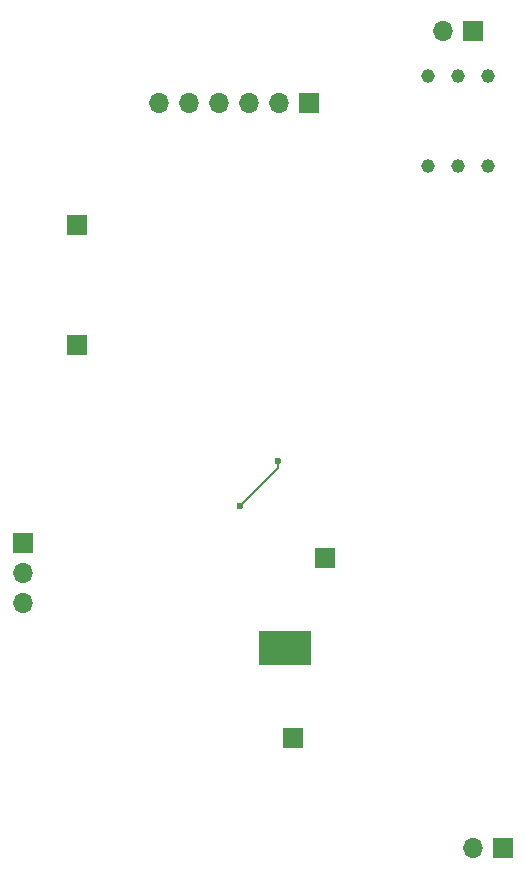
<source format=gbr>
%TF.GenerationSoftware,KiCad,Pcbnew,8.0.4*%
%TF.CreationDate,2024-08-18T15:43:04+02:00*%
%TF.ProjectId,megaboard-01,6d656761-626f-4617-9264-2d30312e6b69,rev?*%
%TF.SameCoordinates,Original*%
%TF.FileFunction,Copper,L2,Bot*%
%TF.FilePolarity,Positive*%
%FSLAX46Y46*%
G04 Gerber Fmt 4.6, Leading zero omitted, Abs format (unit mm)*
G04 Created by KiCad (PCBNEW 8.0.4) date 2024-08-18 15:43:04*
%MOMM*%
%LPD*%
G01*
G04 APERTURE LIST*
%TA.AperFunction,ComponentPad*%
%ADD10R,1.700000X1.700000*%
%TD*%
%TA.AperFunction,ComponentPad*%
%ADD11O,1.700000X1.700000*%
%TD*%
%TA.AperFunction,ComponentPad*%
%ADD12C,1.173000*%
%TD*%
%TA.AperFunction,ComponentPad*%
%ADD13C,0.600000*%
%TD*%
%TA.AperFunction,SMDPad,CuDef*%
%ADD14R,4.500000X2.950000*%
%TD*%
%TA.AperFunction,ViaPad*%
%ADD15C,0.600000*%
%TD*%
%TA.AperFunction,Conductor*%
%ADD16C,0.200000*%
%TD*%
G04 APERTURE END LIST*
D10*
%TO.P,J3,1,Pin_1*%
%TO.N,+15V*%
X126385000Y-105730000D03*
D11*
%TO.P,J3,2,Pin_2*%
%TO.N,Earth*%
X126385000Y-108270000D03*
%TO.P,J3,3,Pin_3*%
%TO.N,-15V*%
X126385000Y-110810000D03*
%TD*%
D10*
%TO.P,J2,1,Pin_1*%
%TO.N,Net-(J2-Pin_1)*%
X131000000Y-78840000D03*
%TD*%
%TO.P,J4,1,Pin_1*%
%TO.N,Input*%
X149245000Y-122240000D03*
%TD*%
D12*
%TO.P,T1,1,PRI_1*%
%TO.N,Net-(J8-Pin_1)*%
X165790000Y-66145000D03*
%TO.P,T1,2,NC_1*%
%TO.N,unconnected-(T1-NC_1-Pad2)*%
X163250000Y-66145000D03*
%TO.P,T1,3,PRI_2*%
%TO.N,Net-(J8-Pin_2)*%
X160710000Y-66145000D03*
%TO.P,T1,4,SEC_1*%
%TO.N,Net-(J7-Pin_2)*%
X160710000Y-73765000D03*
%TO.P,T1,5,NC_2*%
%TO.N,unconnected-(T1-NC_2-Pad5)*%
X163250000Y-73765000D03*
%TO.P,T1,6,SEC_2*%
%TO.N,Net-(T1-SEC_2)*%
X165790000Y-73765000D03*
%TD*%
D10*
%TO.P,J7,1,Pin_1*%
%TO.N,Net-(J7-Pin_1)*%
X167060000Y-131550000D03*
D11*
%TO.P,J7,2,Pin_2*%
%TO.N,Net-(J7-Pin_2)*%
X164520000Y-131550000D03*
%TD*%
D10*
%TO.P,J8,1,Pin_1*%
%TO.N,Net-(J8-Pin_1)*%
X164520000Y-62335000D03*
D11*
%TO.P,J8,2,Pin_2*%
%TO.N,Net-(J8-Pin_2)*%
X161980000Y-62335000D03*
%TD*%
D13*
%TO.P,U1,9*%
%TO.N,N/C*%
X146775000Y-115185000D03*
X147975000Y-115185000D03*
X149275000Y-115185000D03*
X150375000Y-115185000D03*
D14*
X148575000Y-114585000D03*
D13*
X146775000Y-113985000D03*
X147975000Y-113985000D03*
X149275000Y-113985000D03*
X150375000Y-113985000D03*
%TD*%
D10*
%TO.P,J1,1,Pin_1*%
%TO.N,Net-(J1-Pin_1)*%
X131000000Y-89000000D03*
%TD*%
%TO.P,J5,1,Pin_1*%
%TO.N,Output*%
X152000000Y-107000000D03*
%TD*%
%TO.P,J6,1,Pin_1*%
%TO.N,Net-(J6-Pin_1)*%
X150620000Y-68471250D03*
D11*
%TO.P,J6,2,Pin_2*%
%TO.N,GND1*%
X148080000Y-68471250D03*
%TO.P,J6,3,Pin_3*%
%TO.N,Net-(J6-Pin_3)*%
X145540000Y-68471250D03*
%TO.P,J6,4,Pin_4*%
%TO.N,Net-(J6-Pin_4)*%
X143000000Y-68471250D03*
%TO.P,J6,5,Pin_5*%
%TO.N,Net-(J6-Pin_5)*%
X140460000Y-68471250D03*
%TO.P,J6,6,Pin_6*%
%TO.N,Net-(J6-Pin_6)*%
X137920000Y-68471250D03*
%TD*%
D15*
%TO.N,Net-(U1--)*%
X144800000Y-102555000D03*
X147975000Y-98745000D03*
%TD*%
D16*
%TO.N,Net-(U1--)*%
X147975000Y-99380000D02*
X147975000Y-98745000D01*
X144800000Y-102555000D02*
X147975000Y-99380000D01*
%TD*%
M02*

</source>
